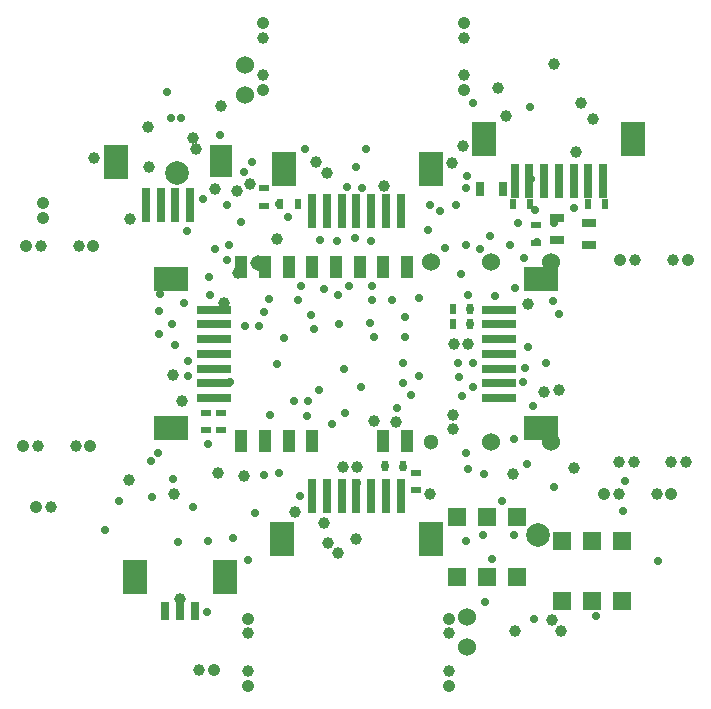
<source format=gbs>
G04 #@! TF.FileFunction,Soldermask,Bot*
%FSLAX46Y46*%
G04 Gerber Fmt 4.6, Leading zero omitted, Abs format (unit mm)*
G04 Created by KiCad (PCBNEW 4.0.7) date 02/03/18 21:52:34*
%MOMM*%
%LPD*%
G01*
G04 APERTURE LIST*
%ADD10C,0.100000*%
%ADD11R,1.050000X1.950000*%
%ADD12R,1.524000X1.524000*%
%ADD13C,1.060000*%
%ADD14C,1.006000*%
%ADD15R,3.000000X0.800000*%
%ADD16R,3.000000X2.100000*%
%ADD17C,1.300000*%
%ADD18C,1.524000*%
%ADD19R,0.900000X0.500000*%
%ADD20R,0.500000X0.900000*%
%ADD21R,1.300000X0.700000*%
%ADD22R,0.700000X1.300000*%
%ADD23R,0.800000X1.600000*%
%ADD24R,2.100000X3.000000*%
%ADD25R,0.800000X3.000000*%
%ADD26R,2.000000X3.000000*%
%ADD27R,1.900000X2.800000*%
%ADD28C,1.306000*%
%ADD29C,2.000000*%
%ADD30C,1.000000*%
%ADD31C,0.706000*%
G04 APERTURE END LIST*
D10*
D11*
X48150000Y-51660000D03*
X46150000Y-51660000D03*
X40150000Y-51660000D03*
X38150000Y-51660000D03*
X36150000Y-51660000D03*
X34150000Y-51660000D03*
X34150000Y-36860000D03*
X36150000Y-36860000D03*
X38150000Y-36860000D03*
X40150000Y-36860000D03*
X42150000Y-36860000D03*
X44150000Y-36860000D03*
X46150000Y-36860000D03*
X48150000Y-36860000D03*
D12*
X63803000Y-65207900D03*
X66343000Y-65207900D03*
X61263000Y-65207900D03*
X66343000Y-60127900D03*
X63803000Y-60127900D03*
X61263000Y-60127900D03*
X54913000Y-63150500D03*
X57453000Y-63150500D03*
X52373000Y-63150500D03*
X57453000Y-58070500D03*
X54913000Y-58070500D03*
X52373000Y-58070500D03*
D13*
X64882500Y-56140100D03*
D14*
X66132500Y-56140100D03*
X69297020Y-56084220D03*
D13*
X70547020Y-56084220D03*
D15*
X55945000Y-44250000D03*
X55945000Y-45500000D03*
X55945000Y-46750000D03*
X55945000Y-43000000D03*
X55945000Y-41750000D03*
D16*
X59545000Y-50550000D03*
X59545000Y-37950000D03*
D15*
X55945000Y-48000000D03*
X55945000Y-40500000D03*
D17*
X50240000Y-51740000D03*
D18*
X55320000Y-51740000D03*
X60400000Y-51740000D03*
X60400000Y-36500000D03*
X55320000Y-36500000D03*
X50240000Y-36500000D03*
D14*
X67486000Y-36290000D03*
D13*
X66236000Y-36290000D03*
D15*
X31815000Y-44250000D03*
X31815000Y-43000000D03*
X31815000Y-41750000D03*
X31815000Y-45500000D03*
X31815000Y-46750000D03*
D16*
X28215000Y-37950000D03*
X28215000Y-50550000D03*
D15*
X31815000Y-40500000D03*
X31815000Y-48000000D03*
D13*
X35990000Y-16224000D03*
D14*
X35990000Y-17474000D03*
D19*
X48960000Y-55795000D03*
X48960000Y-54295000D03*
D20*
X46305000Y-53775000D03*
X47805000Y-53775000D03*
D19*
X31180000Y-49215000D03*
X31180000Y-50715000D03*
X32450000Y-49215000D03*
X32450000Y-50715000D03*
D20*
X38915000Y-31550000D03*
X37415000Y-31550000D03*
D19*
X36060000Y-30210000D03*
X36060000Y-31710000D03*
D20*
X53520000Y-40440000D03*
X52020000Y-40440000D03*
X53520000Y-41710000D03*
X52020000Y-41710000D03*
D21*
X63565000Y-35040000D03*
X63565000Y-33140000D03*
D20*
X63450000Y-31550000D03*
X64950000Y-31550000D03*
D21*
X60867520Y-34648840D03*
X60867520Y-32748840D03*
D19*
X59120000Y-34840000D03*
X59120000Y-33340000D03*
D22*
X54360000Y-30280000D03*
X56260000Y-30280000D03*
D20*
X57100000Y-31550000D03*
X58600000Y-31550000D03*
D23*
X30175000Y-66050000D03*
X28925000Y-66050000D03*
X27675000Y-66050000D03*
D24*
X25125000Y-63150000D03*
X32725000Y-63150000D03*
D25*
X61025000Y-29645000D03*
X62275000Y-29645000D03*
X63525000Y-29645000D03*
X59775000Y-29645000D03*
X58525000Y-29645000D03*
D24*
X67325000Y-26045000D03*
X54725000Y-26045000D03*
D25*
X64775000Y-29645000D03*
X57275000Y-29645000D03*
X43880000Y-56315000D03*
X42630000Y-56315000D03*
X41380000Y-56315000D03*
X45130000Y-56315000D03*
X46380000Y-56315000D03*
D24*
X37580000Y-59915000D03*
X50180000Y-59915000D03*
D25*
X40130000Y-56315000D03*
X47630000Y-56315000D03*
X43880000Y-32185000D03*
X45130000Y-32185000D03*
X46380000Y-32185000D03*
X42630000Y-32185000D03*
X41380000Y-32185000D03*
D24*
X50180000Y-28585000D03*
D26*
X37770000Y-28585000D03*
D25*
X47630000Y-32185000D03*
X40130000Y-32185000D03*
D13*
X15670000Y-52038000D03*
D14*
X16920000Y-52038000D03*
X20115000Y-52038000D03*
D13*
X21365000Y-52038000D03*
X51738000Y-72358000D03*
D14*
X51738000Y-71108000D03*
X51738000Y-67913000D03*
D13*
X51738000Y-66663000D03*
X34720000Y-72358000D03*
D14*
X34720000Y-71108000D03*
X34720000Y-67913000D03*
D13*
X34720000Y-66663000D03*
X53008000Y-16224000D03*
D14*
X53008000Y-17474000D03*
X53008000Y-20669000D03*
D13*
X53008000Y-21919000D03*
X71931000Y-36290000D03*
D14*
X70681000Y-36290000D03*
X67359000Y-53435000D03*
X66109000Y-53435000D03*
X35990000Y-20669000D03*
D13*
X35990000Y-21919000D03*
X15924000Y-35147000D03*
D14*
X17174000Y-35147000D03*
X20369000Y-35147000D03*
D13*
X21619000Y-35147000D03*
D25*
X29800000Y-31640000D03*
X28550000Y-31640000D03*
X27300000Y-31640000D03*
D27*
X32450000Y-27940000D03*
D24*
X23500000Y-28040000D03*
D25*
X26050000Y-31640000D03*
D14*
X18024580Y-57242460D03*
D13*
X16774580Y-57242460D03*
D14*
X71804000Y-53435000D03*
X70554000Y-53435000D03*
D18*
X53262000Y-69056000D03*
X53262000Y-66516000D03*
X34453300Y-19792700D03*
X34453300Y-22332700D03*
D28*
X35570900Y-36582100D03*
D29*
X28725600Y-28924000D03*
X59294500Y-59569100D03*
D13*
X17371800Y-32734000D03*
X17371800Y-31484000D03*
X31800000Y-71000000D03*
D14*
X30550000Y-71000000D03*
X43960520Y-53800760D03*
X42710520Y-53800760D03*
X53363600Y-43376600D03*
X52113600Y-43376600D03*
D30*
X52098680Y-50641000D03*
X52098680Y-49391000D03*
D14*
X30262300Y-26942800D03*
X26287200Y-28441400D03*
X30015920Y-25967440D03*
D30*
X62865740Y-23028660D03*
X63871580Y-24400260D03*
D31*
X58606160Y-23341080D03*
D30*
X62449940Y-27145640D03*
D31*
X58667120Y-29447240D03*
D30*
X40490000Y-27970000D03*
D31*
X43884320Y-28461720D03*
D30*
X33880000Y-37370000D03*
X32632120Y-39975540D03*
X55895980Y-21751040D03*
D31*
X58989700Y-32030420D03*
D30*
X61030000Y-47310000D03*
D14*
X26275900Y-25075900D03*
D30*
X62317100Y-53930300D03*
D14*
X32383200Y-23247100D03*
D31*
X54800000Y-65300000D03*
D30*
X60642730Y-19727570D03*
D31*
X48020200Y-41105480D03*
X64200000Y-66475000D03*
X39100000Y-56300000D03*
X31320000Y-51910000D03*
X28350000Y-54820000D03*
X47680000Y-32670000D03*
X47825000Y-53800000D03*
X37350000Y-31525000D03*
D30*
X37200000Y-34550000D03*
D31*
X28800000Y-60150000D03*
X31930000Y-35360000D03*
D30*
X33740000Y-30480000D03*
D31*
X54660000Y-54440000D03*
D30*
X60480680Y-66754760D03*
D31*
X30894760Y-31123640D03*
X27180000Y-42570000D03*
D30*
X56524120Y-24112880D03*
D31*
X53719200Y-22995640D03*
D30*
X41410000Y-28970000D03*
X29114220Y-48263560D03*
X28342060Y-46051220D03*
D31*
X34070000Y-33050000D03*
D30*
X34864780Y-29846020D03*
X52929260Y-26648160D03*
X51971680Y-28080720D03*
D31*
X52740000Y-37490000D03*
D30*
X59772020Y-47499020D03*
X57275000Y-67750000D03*
D31*
X66482700Y-57537100D03*
D30*
X58423280Y-39998400D03*
D14*
X28975000Y-65000000D03*
D31*
X59800000Y-28800000D03*
D30*
X61175000Y-67750000D03*
D31*
X37300000Y-54350000D03*
D14*
X41120000Y-58530000D03*
X38660000Y-57660000D03*
D30*
X43860000Y-59960000D03*
D14*
X41440000Y-60240000D03*
D31*
X27280000Y-39220000D03*
D30*
X34375000Y-54575000D03*
D31*
X53135000Y-35040000D03*
X33425000Y-59825000D03*
X36508920Y-39611960D03*
X31317160Y-60071660D03*
X36072040Y-40747340D03*
X46305000Y-53775000D03*
X33094400Y-34992060D03*
X33150000Y-46620000D03*
X53520000Y-41710000D03*
X26450000Y-53290000D03*
X28275000Y-41710000D03*
X29600000Y-44880000D03*
X22600000Y-59150000D03*
X30050000Y-57250000D03*
X29600000Y-46120000D03*
X38570000Y-48270000D03*
X31420000Y-37710000D03*
X36075000Y-54500000D03*
X35300000Y-57750000D03*
X31250000Y-66125000D03*
X52576200Y-46221400D03*
X43122320Y-30158440D03*
X39731420Y-49498000D03*
X45360060Y-42845740D03*
D14*
X45340000Y-49940000D03*
D31*
X48025000Y-42850000D03*
X44341520Y-30178760D03*
X55190000Y-34283400D03*
X57588210Y-33191790D03*
X56909440Y-34999680D03*
X39820320Y-48255940D03*
X42818280Y-45489520D03*
X43920000Y-55160000D03*
X59907400Y-44984060D03*
X57224400Y-59581800D03*
X53135000Y-60077100D03*
X56180460Y-56668420D03*
X58391020Y-43627700D03*
X40011580Y-40930220D03*
X29530000Y-33890000D03*
X57300600Y-38695380D03*
X46907680Y-39680540D03*
X40285900Y-42118940D03*
X60498460Y-39746940D03*
X45045100Y-41644320D03*
D14*
X47225000Y-50050000D03*
D31*
X54371980Y-35334960D03*
X42700000Y-55150000D03*
X49934600Y-33788100D03*
X32962320Y-31621480D03*
X49147960Y-39540840D03*
X53188340Y-52647600D03*
X58336920Y-53605180D03*
X60577200Y-55505100D03*
X66650000Y-55000000D03*
X69403700Y-61745880D03*
X54570100Y-59569100D03*
X37150000Y-45100000D03*
X53500000Y-40475000D03*
X36607220Y-49388780D03*
X38065180Y-32670500D03*
X47630000Y-56315000D03*
X32890000Y-36340000D03*
X34700000Y-61700000D03*
X34344080Y-28822400D03*
D30*
X31880280Y-30310840D03*
X24620960Y-54923440D03*
X28430000Y-56140000D03*
X32190160Y-54324000D03*
D31*
X53282320Y-29213560D03*
D30*
X46200000Y-30000000D03*
D31*
X28217600Y-24260560D03*
X29045640Y-24265640D03*
X52317120Y-31611320D03*
X50097160Y-31646880D03*
X58834760Y-48677580D03*
D30*
X57173600Y-54453540D03*
X50150500Y-56114700D03*
D14*
X21664400Y-27666700D03*
X24737800Y-32848300D03*
D31*
X57240000Y-51500000D03*
X58010000Y-46650000D03*
D30*
X42350000Y-61070000D03*
D31*
X27160000Y-40620000D03*
X31478960Y-39231320D03*
X37710340Y-42926660D03*
X38911000Y-39670740D03*
X35655480Y-41903040D03*
X29280000Y-39920000D03*
X44240000Y-47020000D03*
X42370000Y-41680000D03*
X42300000Y-39300000D03*
X28530020Y-43485820D03*
X27084760Y-52622200D03*
X23810000Y-56680000D03*
X26560000Y-56400000D03*
X45215280Y-39713920D03*
X40682140Y-47331020D03*
X34446440Y-41882720D03*
X50976000Y-32134560D03*
X60643240Y-33135320D03*
X59177660Y-34819340D03*
X39500280Y-26907240D03*
X44671720Y-26902160D03*
X35034960Y-28014680D03*
X53360000Y-54040000D03*
X47280000Y-48810000D03*
X45140000Y-34700000D03*
X45180000Y-38500000D03*
X43750000Y-34460000D03*
X43259480Y-38535360D03*
X42250000Y-34675000D03*
X41120000Y-38730000D03*
X39162460Y-38482020D03*
X40782980Y-34590740D03*
X47837320Y-45045020D03*
X53744600Y-45002200D03*
X48507880Y-47704400D03*
X52817500Y-47859700D03*
X53731900Y-47046900D03*
X47837320Y-46683320D03*
X52525400Y-45002200D03*
X49140340Y-46096580D03*
X58113400Y-36165540D03*
X55606420Y-39360860D03*
X62263760Y-31890720D03*
X53290000Y-39280000D03*
X61027540Y-40907360D03*
X58181980Y-45421300D03*
X53160400Y-30173680D03*
X51347600Y-35288880D03*
X32307000Y-25761700D03*
X27874700Y-22040600D03*
X58890640Y-66673480D03*
X55370200Y-61639200D03*
X41810000Y-50190000D03*
X42890000Y-49220000D03*
M02*

</source>
